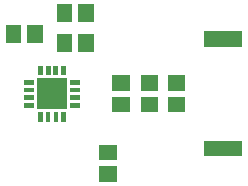
<source format=gbr>
G04 start of page 10 for group -4015 idx -4015 *
G04 Title: (unknown), toppaste *
G04 Creator: pcb 20110918 *
G04 CreationDate: Sun 25 Aug 2013 09:48:42 PM GMT UTC *
G04 For: ndholmes *
G04 Format: Gerber/RS-274X *
G04 PCB-Dimensions: 180000 82000 *
G04 PCB-Coordinate-Origin: lower left *
%MOIN*%
%FSLAX25Y25*%
%LNTOPPASTE*%
%ADD61R,0.0510X0.0510*%
%ADD60C,0.0001*%
%ADD59R,0.0146X0.0146*%
%ADD58R,0.0160X0.0160*%
%ADD57R,0.0512X0.0512*%
G54D57*X123543Y59393D02*Y58607D01*
X116457Y59393D02*Y58607D01*
G54D58*X119150Y28324D02*X120850D01*
X119150Y30883D02*X120850D01*
X119150Y33441D02*X120850D01*
X119150Y36000D02*X120850D01*
X116088Y40762D02*Y39062D01*
X113529Y40762D02*Y39062D01*
X110971Y40762D02*Y39062D01*
X108412Y40762D02*Y39062D01*
X103650Y36000D02*X105350D01*
X103650Y33441D02*X105350D01*
X103650Y30883D02*X105350D01*
X103650Y28324D02*X105350D01*
G54D59*X108412Y25262D02*Y23562D01*
X110971Y25262D02*Y23562D01*
X113529Y25262D02*Y23562D01*
X116088Y25262D02*Y23562D01*
G54D60*G36*
X107100Y37312D02*Y27012D01*
X117400D01*
Y37312D01*
X107100D01*
G37*
G54D57*X134857Y35705D02*X135643D01*
X134857Y28619D02*X135643D01*
X144357Y35705D02*X145143D01*
X144357Y28619D02*X145143D01*
X153357Y35705D02*X154143D01*
X153357Y28619D02*X154143D01*
X123543Y49393D02*Y48607D01*
X116457Y49393D02*Y48607D01*
X106543Y52393D02*Y51607D01*
X99457Y52393D02*Y51607D01*
G54D61*X165500Y50462D02*X173000D01*
X165500Y13862D02*X173000D01*
G54D57*X130607Y5457D02*X131393D01*
X130607Y12543D02*X131393D01*
M02*

</source>
